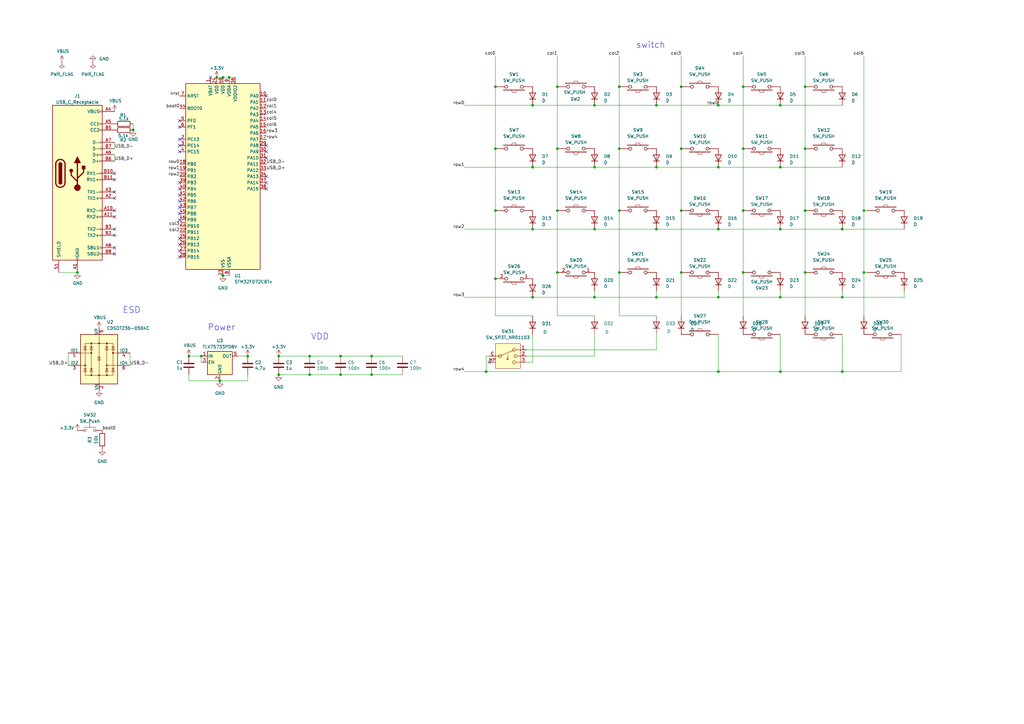
<source format=kicad_sch>
(kicad_sch (version 20250114) (generator "eeschema") (generator_version "9.0")
  (paper "A3")
  (lib_symbols
    (symbol "Connector:USB_C_Receptacle" (pin_names (offset 1.016))
      (property "Reference" "J" (at -10.16 29.21 0))
      (property "Value" "USB_C_Receptacle" (at 10.16 29.21 0))
      (symbol "USB_C_Receptacle_1_1"
        (pin passive line (at -7.62 -40.64 90) (length 5.08) (name "SHIELD") (number "S1"))
        (pin passive line (at 0 -40.64 90) (length 5.08) (name "GND") (number "A1"))
        (pin passive line (at 0 -40.64 90) (length 5.08) (hide yes) (name "GND") (number "A12"))
        (pin passive line (at 0 -40.64 90) (length 5.08) (hide yes) (name "GND") (number "B1"))
        (pin passive line (at 0 -40.64 90) (length 5.08) (hide yes) (name "GND") (number "B12"))
        (pin passive line (at 15.24 25.4 180) (length 5.08) (name "VBUS") (number "A4"))
        (pin passive line (at 15.24 25.4 180) (length 5.08) (hide yes) (name "VBUS") (number "A9"))
        (pin passive line (at 15.24 25.4 180) (length 5.08) (hide yes) (name "VBUS") (number "B4"))
        (pin passive line (at 15.24 25.4 180) (length 5.08) (hide yes) (name "VBUS") (number "B9"))
        (pin bidirectional line (at 15.24 20.32 180) (length 5.08) (name "CC1") (number "A5"))
        (pin bidirectional line (at 15.24 17.78 180) (length 5.08) (name "CC2") (number "B5"))
        (pin bidirectional line (at 15.24 12.7 180) (length 5.08) (name "D-") (number "A7"))
        (pin bidirectional line (at 15.24 10.16 180) (length 5.08) (name "D-") (number "B7"))
        (pin bidirectional line (at 15.24 7.62 180) (length 5.08) (name "D+") (number "A6"))
        (pin bidirectional line (at 15.24 5.08 180) (length 5.08) (name "D+") (number "B6"))
        (pin bidirectional line (at 15.24 0 180) (length 5.08) (name "RX1-") (number "B10"))
        (pin bidirectional line (at 15.24 -2.54 180) (length 5.08) (name "RX1+") (number "B11"))
        (pin bidirectional line (at 15.24 -7.62 180) (length 5.08) (name "TX1-") (number "A3"))
        (pin bidirectional line (at 15.24 -10.16 180) (length 5.08) (name "TX1+") (number "A2"))
        (pin bidirectional line (at 15.24 -15.24 180) (length 5.08) (name "RX2-") (number "A10"))
        (pin bidirectional line (at 15.24 -17.78 180) (length 5.08) (name "RX2+") (number "A11"))
        (pin bidirectional line (at 15.24 -22.86 180) (length 5.08) (name "TX2-") (number "B3"))
        (pin bidirectional line (at 15.24 -25.4 180) (length 5.08) (name "TX2+") (number "B2"))
        (pin bidirectional line (at 15.24 -30.48 180) (length 5.08) (name "SBU1") (number "A8"))
        (pin bidirectional line (at 15.24 -33.02 180) (length 5.08) (name "SBU2") (number "B8"))
      )
    )
    (symbol "Device:C" (pin_numbers (hide yes)) (pin_names (offset 0.254))
      (property "Reference" "C" (at 0.635 2.54 0))
      (property "Value" "C" (at 0.635 -2.54 0))
      (symbol "C_1_1"
        (pin passive line (at 0 3.81 270) (length 2.794) (name "~") (number "1"))
        (pin passive line (at 0 -3.81 90) (length 2.794) (name "~") (number "2"))
      )
    )
    (symbol "Device:D" (pin_numbers (hide yes)) (pin_names (offset 1.016) (hide yes))
      (property "Reference" "D" (at 0 2.54 0))
      (property "Value" "D" (at 0 -2.54 0))
      (symbol "D_1_1"
        (pin passive line (at -3.81 0 0) (length 2.54) (name "K") (number "1"))
        (pin passive line (at 3.81 0 180) (length 2.54) (name "A") (number "2"))
      )
    )
    (symbol "Device:R" (pin_numbers (hide yes)) (pin_names (offset 0))
      (property "Reference" "R" (at 2.032 0 90))
      (property "Value" "R" (at 0 0 90))
      (symbol "R_1_1"
        (pin passive line (at 0 3.81 270) (length 1.27) (name "~") (number "1"))
        (pin passive line (at 0 -3.81 90) (length 1.27) (name "~") (number "2"))
      )
    )
    (symbol "MCU_ST_STM32F0:STM32F072CBTx"
      (property "Reference" "U" (at -15.24 39.37 0))
      (property "Value" "STM32F072CBTx" (at 7.62 39.37 0))
      (symbol "STM32F072CBTx_1_1"
        (pin input line (at -17.78 33.02 0) (length 2.54) (name "NRST") (number "7"))
        (pin input line (at -17.78 27.94 0) (length 2.54) (name "BOOT0") (number "44"))
        (pin bidirectional line (at -17.78 22.86 0) (length 2.54) (name "PF0") (number "5"))
        (pin bidirectional line (at -17.78 20.32 0) (length 2.54) (name "PF1") (number "6"))
        (pin bidirectional line (at -17.78 15.24 0) (length 2.54) (name "PC13") (number "2"))
        (pin bidirectional line (at -17.78 12.7 0) (length 2.54) (name "PC14") (number "3"))
        (pin bidirectional line (at -17.78 10.16 0) (length 2.54) (name "PC15") (number "4"))
        (pin bidirectional line (at -17.78 5.08 0) (length 2.54) (name "PB0") (number "18"))
        (pin bidirectional line (at -17.78 2.54 0) (length 2.54) (name "PB1") (number "19"))
        (pin bidirectional line (at -17.78 0 0) (length 2.54) (name "PB2") (number "20"))
        (pin bidirectional line (at -17.78 -2.54 0) (length 2.54) (name "PB3") (number "39"))
        (pin bidirectional line (at -17.78 -5.08 0) (length 2.54) (name "PB4") (number "40"))
        (pin bidirectional line (at -17.78 -7.62 0) (length 2.54) (name "PB5") (number "41"))
        (pin bidirectional line (at -17.78 -10.16 0) (length 2.54) (name "PB6") (number "42"))
        (pin bidirectional line (at -17.78 -12.7 0) (length 2.54) (name "PB7") (number "43"))
        (pin bidirectional line (at -17.78 -15.24 0) (length 2.54) (name "PB8") (number "45"))
        (pin bidirectional line (at -17.78 -17.78 0) (length 2.54) (name "PB9") (number "46"))
        (pin bidirectional line (at -17.78 -20.32 0) (length 2.54) (name "PB10") (number "21"))
        (pin bidirectional line (at -17.78 -22.86 0) (length 2.54) (name "PB11") (number "22"))
        (pin bidirectional line (at -17.78 -25.4 0) (length 2.54) (name "PB12") (number "25"))
        (pin bidirectional line (at -17.78 -27.94 0) (length 2.54) (name "PB13") (number "26"))
        (pin bidirectional line (at -17.78 -30.48 0) (length 2.54) (name "PB14") (number "27"))
        (pin bidirectional line (at -17.78 -33.02 0) (length 2.54) (name "PB15") (number "28"))
        (pin power_in line (at -5.08 40.64 270) (length 2.54) (name "VBAT") (number "1"))
        (pin power_in line (at -2.54 40.64 270) (length 2.54) (name "VDD") (number "24"))
        (pin power_in line (at 0 40.64 270) (length 2.54) (name "VDD") (number "48"))
        (pin power_in line (at 0 -40.64 90) (length 2.54) (name "VSS") (number "23"))
        (pin passive line (at 0 -40.64 90) (length 2.54) (hide yes) (name "VSS") (number "35"))
        (pin passive line (at 0 -40.64 90) (length 2.54) (hide yes) (name "VSS") (number "47"))
        (pin power_in line (at 2.54 40.64 270) (length 2.54) (name "VDDA") (number "9"))
        (pin power_in line (at 2.54 -40.64 90) (length 2.54) (name "VSSA") (number "8"))
        (pin power_in line (at 5.08 40.64 270) (length 2.54) (name "VDDIO2") (number "36"))
        (pin bidirectional line (at 17.78 33.02 180) (length 2.54) (name "PA0") (number "10"))
        (pin bidirectional line (at 17.78 30.48 180) (length 2.54) (name "PA1") (number "11"))
        (pin bidirectional line (at 17.78 27.94 180) (length 2.54) (name "PA2") (number "12"))
        (pin bidirectional line (at 17.78 25.4 180) (length 2.54) (name "PA3") (number "13"))
        (pin bidirectional line (at 17.78 22.86 180) (length 2.54) (name "PA4") (number "14"))
        (pin bidirectional line (at 17.78 20.32 180) (length 2.54) (name "PA5") (number "15"))
        (pin bidirectional line (at 17.78 17.78 180) (length 2.54) (name "PA6") (number "16"))
        (pin bidirectional line (at 17.78 15.24 180) (length 2.54) (name "PA7") (number "17"))
        (pin bidirectional line (at 17.78 12.7 180) (length 2.54) (name "PA8") (number "29"))
        (pin bidirectional line (at 17.78 10.16 180) (length 2.54) (name "PA9") (number "30"))
        (pin bidirectional line (at 17.78 7.62 180) (length 2.54) (name "PA10") (number "31"))
        (pin bidirectional line (at 17.78 5.08 180) (length 2.54) (name "PA11") (number "32"))
        (pin bidirectional line (at 17.78 2.54 180) (length 2.54) (name "PA12") (number "33"))
        (pin bidirectional line (at 17.78 0 180) (length 2.54) (name "PA13") (number "34"))
        (pin bidirectional line (at 17.78 -2.54 180) (length 2.54) (name "PA14") (number "37"))
        (pin bidirectional line (at 17.78 -5.08 180) (length 2.54) (name "PA15") (number "38"))
      )
    )
    (symbol "Power_Protection:CDSOT236-0504C" (pin_names (offset 0))
      (property "Reference" "U" (at -5.08 11.43 0))
      (property "Value" "CDSOT236-0504C" (at 2.54 11.43 0))
      (symbol "CDSOT236-0504C_1_1"
        (pin passive line (at -12.7 2.54 0) (length 5.08) (name "IO1") (number "1"))
        (pin passive line (at -12.7 -2.54 0) (length 5.08) (name "IO2") (number "3"))
        (pin passive line (at 0 12.7 270) (length 2.54) (name "VP") (number "5"))
        (pin passive line (at 0 -12.7 90) (length 2.54) (name "VN") (number "2"))
        (pin passive line (at 12.7 2.54 180) (length 5.08) (name "IO3") (number "4"))
        (pin passive line (at 12.7 -2.54 180) (length 5.08) (name "IO4") (number "6"))
      )
    )
    (symbol "Regulator_Linear:TLV75733PDBV" (pin_names (offset 0.254))
      (property "Reference" "U" (at -3.81 5.715 0))
      (property "Value" "TLV75733PDBV" (at 0 5.715 0))
      (symbol "TLV75733PDBV_1_1"
        (pin power_in line (at -7.62 2.54 0) (length 2.54) (name "IN") (number "1"))
        (pin input line (at -7.62 0 0) (length 2.54) (name "EN") (number "3"))
        (pin power_in line (at 0 -7.62 90) (length 2.54) (name "GND") (number "2"))
        (pin no_connect line (at 5.08 0 180) (length 2.54) (hide yes) (name "NC") (number "4"))
        (pin power_out line (at 7.62 2.54 180) (length 2.54) (name "OUT") (number "5"))
      )
    )
    (symbol "SW_PUSH_1" (pin_names (offset 1.016) (hide yes))
      (property "Reference" "SW" (at 3.81 2.794 0))
      (property "Value" "SW_PUSH" (at 0 -2.032 0))
      (symbol "SW_PUSH_1_0_1"
        (pin passive inverted (at -7.62 0 0) (length 5.08) (name "1") (number "1"))
        (pin passive inverted (at 7.62 0 180) (length 5.08) (name "2") (number "2"))
      )
    )
    (symbol "SW_PUSH_2" (pin_names (offset 1.016) (hide yes))
      (property "Reference" "SW" (at 3.81 2.794 0))
      (property "Value" "SW_PUSH" (at 0 -2.032 0))
      (symbol "SW_PUSH_2_0_1"
        (pin passive inverted (at -7.62 0 0) (length 5.08) (name "1") (number "1"))
        (pin passive inverted (at 7.62 0 180) (length 5.08) (name "2") (number "2"))
      )
    )
    (symbol "Switch:SW_Push" (pin_numbers (hide yes)) (pin_names (offset 1.016) (hide yes))
      (property "Reference" "SW" (at 1.27 2.54 0))
      (property "Value" "SW_Push" (at 0 -1.524 0))
      (symbol "SW_Push_0_1"
        (pin passive line (at -5.08 0 0) (length 2.54) (name "1") (number "1"))
        (pin passive line (at 5.08 0 180) (length 2.54) (name "2") (number "2"))
      )
    )
    (symbol "Switch:SW_SP3T_NR01103" (pin_names (hide yes))
      (property "Reference" "SW" (at 0 6.35 0))
      (property "Value" "SW_SP3T_NR01103" (at 0 -6.35 0))
      (symbol "SW_SP3T_NR01103_1_1"
        (pin passive line (at -7.62 0 0) (length 2.54) (name "Common") (number "C"))
        (pin passive line (at -7.62 -2.54 0) (length 2.54) (name "MP") (number "MP"))
        (pin no_connect line (at -2.54 5.08 270) (length 0) (hide yes) (name "") (number "4"))
        (pin no_connect line (at 2.54 5.08 270) (length 0) (hide yes) (name "") (number "5"))
        (pin passive line (at 7.62 2.54 180) (length 2.54) (name "1") (number "1"))
        (pin passive line (at 7.62 0 180) (length 2.54) (name "2") (number "2"))
        (pin passive line (at 7.62 -2.54 180) (length 2.54) (name "3") (number "3"))
      )
    )
    (symbol "foostan:SW_PUSH" (pin_numbers (hide yes)) (pin_names (offset 1.016) (hide yes))
      (property "Reference" "SW" (at 3.81 2.794 0))
      (property "Value" "SW_PUSH" (at 0 -2.032 0))
      (symbol "SW_PUSH_0_1"
        (pin passive inverted (at -7.62 0 0) (length 5.08) (name "1") (number "1"))
        (pin passive inverted (at 7.62 0 180) (length 5.08) (name "2") (number "2"))
      )
    )
    (symbol "power:+3.3V" (power) (pin_names (offset 0))
      (property "Value" "+3.3V" (at 0 3.556 0))
      (symbol "+3.3V_1_1"
        (pin power_in line (at 0 0 90) (length 0) (hide yes) (name "+3.3V") (number "1"))
      )
    )
    (symbol "power:GND" (power) (pin_names (offset 0))
      (property "Value" "GND" (at 0 -3.81 0))
      (symbol "GND_1_1"
        (pin power_in line (at 0 0 270) (length 0) (hide yes) (name "GND") (number "1"))
      )
    )
    (symbol "power:PWR_FLAG" (power) (pin_numbers (hide yes)) (pin_names (offset 0) (hide yes))
      (property "Value" "PWR_FLAG" (at 0 3.81 0))
      (symbol "PWR_FLAG_0_0"
        (pin power_out line (at 0 0 90) (length 0) (name "pwr") (number "1"))
      )
    )
    (symbol "power:VBUS" (power) (pin_names (offset 0))
      (property "Value" "VBUS" (at 0 3.81 0))
      (symbol "VBUS_1_1"
        (pin power_in line (at 0 0 90) (length 0) (hide yes) (name "VBUS") (number "1"))
      )
    )
  )
  (text "switch" (at 260.858 20.066 0) (effects (font (size 2.54 2.54)) (justify left bottom)))
  (text "Power" (at 85.09 135.89 0) (effects (font (size 2.54 2.54)) (justify left bottom)))
  (text "ESD" (at 50.292 128.778 0) (effects (font (size 2.54 2.54)) (justify left bottom)))
  (text "VDD" (at 127.508 139.7 0) (effects (font (size 2.54 2.54)) (justify left bottom)))
  (junction (at 228.6 86.36))
  (junction (at 279.4 35.56))
  (junction (at 294.64 152.4))
  (junction (at 243.84 121.92))
  (junction (at 218.44 93.98))
  (junction (at 254 60.96))
  (junction (at 54.61 53.34))
  (junction (at 243.84 68.58))
  (junction (at 91.44 31.75))
  (junction (at 320.04 93.98))
  (junction (at 254 111.76))
  (junction (at 228.6 111.76))
  (junction (at 90.17 156.21))
  (junction (at 279.4 60.96))
  (junction (at 294.64 68.58))
  (junction (at 127 153.67))
  (junction (at 304.8 35.56))
  (junction (at 330.2 86.36))
  (junction (at 203.2 86.36))
  (junction (at 269.24 121.92))
  (junction (at 127 146.05))
  (junction (at 320.04 152.4))
  (junction (at 269.24 93.98))
  (junction (at 203.2 114.3))
  (junction (at 82.55 146.05))
  (junction (at 330.2 35.56))
  (junction (at 354.33 111.76))
  (junction (at 254 86.36))
  (junction (at 114.3 146.05))
  (junction (at 139.7 153.67))
  (junction (at 294.64 93.98))
  (junction (at 243.84 93.98))
  (junction (at 330.2 111.76))
  (junction (at 243.84 43.18))
  (junction (at 228.6 60.96))
  (junction (at 88.9 31.75))
  (junction (at 199.39 152.4))
  (junction (at 294.64 121.92))
  (junction (at 139.7 146.05))
  (junction (at 330.2 60.96))
  (junction (at 320.04 68.58))
  (junction (at 304.8 86.36))
  (junction (at 320.04 43.18))
  (junction (at 254 35.56))
  (junction (at 279.4 86.36))
  (junction (at 93.98 31.75))
  (junction (at 101.6 146.05))
  (junction (at 228.6 35.56))
  (junction (at 320.04 121.92))
  (junction (at 304.8 111.76))
  (junction (at 279.4 111.76))
  (junction (at 345.44 121.92))
  (junction (at 269.24 68.58))
  (junction (at 31.75 111.76))
  (junction (at 354.33 86.36))
  (junction (at 294.64 43.18))
  (junction (at 218.44 68.58))
  (junction (at 152.4 146.05))
  (junction (at 345.44 152.4))
  (junction (at 77.47 146.05))
  (junction (at 114.3 153.67))
  (junction (at 203.2 35.56))
  (junction (at 203.2 60.96))
  (junction (at 304.8 60.96))
  (junction (at 152.4 153.67))
  (junction (at 218.44 121.92))
  (junction (at 269.24 43.18))
  (junction (at 218.44 43.18))
  (junction (at 91.44 113.03))
  (junction (at 345.44 93.98))
  (no_connect (at 46.99 93.98))
  (no_connect (at 73.66 57.15))
  (no_connect (at 73.66 82.55))
  (no_connect (at 109.22 77.47))
  (no_connect (at 109.22 74.93))
  (no_connect (at 73.66 102.87))
  (no_connect (at 73.66 77.47))
  (no_connect (at 46.99 71.12))
  (no_connect (at 73.66 59.69))
  (no_connect (at 46.99 101.6))
  (no_connect (at 73.66 90.17))
  (no_connect (at 46.99 73.66))
  (no_connect (at 73.66 80.01))
  (no_connect (at 46.99 104.14))
  (no_connect (at 73.66 85.09))
  (no_connect (at 109.22 72.39))
  (no_connect (at 46.99 88.9))
  (no_connect (at 46.99 96.52))
  (no_connect (at 109.22 62.23))
  (no_connect (at 73.66 52.07))
  (no_connect (at 73.66 105.41))
  (no_connect (at 46.99 78.74))
  (no_connect (at 109.22 59.69))
  (no_connect (at 73.66 74.93))
  (no_connect (at 46.99 86.36))
  (no_connect (at 73.66 100.33))
  (no_connect (at 73.66 62.23))
  (no_connect (at 109.22 39.37))
  (no_connect (at 73.66 97.79))
  (no_connect (at 86.36 31.75))
  (no_connect (at 73.66 87.63))
  (no_connect (at 109.22 64.77))
  (no_connect (at 200.66 148.59))
  (no_connect (at 46.99 81.28))
  (no_connect (at 73.66 49.53))
  (wire (pts (xy 354.33 111.76) (xy 354.33 129.54)))
  (wire (pts (xy 354.33 22.86) (xy 354.33 86.36)))
  (wire (pts (xy 190.5 152.4) (xy 199.39 152.4)))
  (wire (pts (xy 82.55 146.05) (xy 82.55 148.59)))
  (wire (pts (xy 215.9 146.05) (xy 243.84 146.05)))
  (wire (pts (xy 97.79 146.05) (xy 101.6 146.05)))
  (wire (pts (xy 199.39 146.05) (xy 199.39 152.4)))
  (wire (pts (xy 243.84 68.58) (xy 269.24 68.58)))
  (wire (pts (xy 320.04 152.4) (xy 345.44 152.4)))
  (wire (pts (xy 294.64 137.16) (xy 294.64 152.4)))
  (wire (pts (xy 215.9 148.59) (xy 218.44 148.59)))
  (wire (pts (xy 330.2 22.86) (xy 330.2 35.56)))
  (wire (pts (xy 243.84 146.05) (xy 243.84 137.16)))
  (wire (pts (xy 24.13 111.76) (xy 31.75 111.76)))
  (wire (pts (xy 269.24 121.92) (xy 294.64 121.92)))
  (wire (pts (xy 269.24 93.98) (xy 294.64 93.98)))
  (wire (pts (xy 127 146.05) (xy 139.7 146.05)))
  (wire (pts (xy 294.64 43.18) (xy 320.04 43.18)))
  (wire (pts (xy 345.44 121.92) (xy 345.44 119.38)))
  (wire (pts (xy 190.5 121.92) (xy 218.44 121.92)))
  (wire (pts (xy 304.8 86.36) (xy 304.8 111.76)))
  (wire (pts (xy 228.6 60.96) (xy 228.6 86.36)))
  (wire (pts (xy 190.5 68.58) (xy 218.44 68.58)))
  (wire (pts (xy 345.44 121.92) (xy 370.84 121.92)))
  (wire (pts (xy 77.47 146.05) (xy 82.55 146.05)))
  (wire (pts (xy 304.8 111.76) (xy 304.8 129.54)))
  (wire (pts (xy 345.44 152.4) (xy 369.57 152.4)))
  (wire (pts (xy 279.4 86.36) (xy 279.4 111.76)))
  (wire (pts (xy 228.6 35.56) (xy 228.6 60.96)))
  (wire (pts (xy 279.4 22.86) (xy 279.4 35.56)))
  (wire (pts (xy 330.2 35.56) (xy 330.2 60.96)))
  (wire (pts (xy 218.44 129.54) (xy 203.2 129.54)))
  (wire (pts (xy 190.5 93.98) (xy 218.44 93.98)))
  (wire (pts (xy 354.33 111.76) (xy 355.6 111.76)))
  (wire (pts (xy 294.64 121.92) (xy 294.64 119.38)))
  (wire (pts (xy 269.24 121.92) (xy 269.24 119.38)))
  (wire (pts (xy 320.04 121.92) (xy 320.04 119.38)))
  (wire (pts (xy 320.04 43.18) (xy 345.44 43.18)))
  (wire (pts (xy 254 86.36) (xy 254 111.76)))
  (wire (pts (xy 294.64 121.92) (xy 320.04 121.92)))
  (wire (pts (xy 152.4 153.67) (xy 165.1 153.67)))
  (wire (pts (xy 330.2 111.76) (xy 330.2 129.54)))
  (wire (pts (xy 320.04 137.16) (xy 320.04 152.4)))
  (wire (pts (xy 294.64 152.4) (xy 320.04 152.4)))
  (wire (pts (xy 91.44 31.75) (xy 93.98 31.75)))
  (wire (pts (xy 279.4 111.76) (xy 279.4 129.54)))
  (wire (pts (xy 304.8 60.96) (xy 304.8 86.36)))
  (wire (pts (xy 91.44 113.03) (xy 93.98 113.03)))
  (wire (pts (xy 114.3 146.05) (xy 127 146.05)))
  (wire (pts (xy 345.44 93.98) (xy 370.84 93.98)))
  (wire (pts (xy 320.04 68.58) (xy 345.44 68.58)))
  (wire (pts (xy 203.2 86.36) (xy 203.2 114.3)))
  (wire (pts (xy 114.3 153.67) (xy 127 153.67)))
  (wire (pts (xy 294.64 68.58) (xy 320.04 68.58)))
  (wire (pts (xy 330.2 86.36) (xy 330.2 111.76)))
  (wire (pts (xy 254 111.76) (xy 254 129.54)))
  (wire (pts (xy 139.7 153.67) (xy 152.4 153.67)))
  (wire (pts (xy 269.24 68.58) (xy 294.64 68.58)))
  (wire (pts (xy 139.7 146.05) (xy 152.4 146.05)))
  (wire (pts (xy 127 153.67) (xy 139.7 153.67)))
  (wire (pts (xy 269.24 143.51) (xy 269.24 137.16)))
  (wire (pts (xy 304.8 35.56) (xy 304.8 60.96)))
  (wire (pts (xy 243.84 121.92) (xy 269.24 121.92)))
  (wire (pts (xy 90.17 156.21) (xy 101.6 156.21)))
  (wire (pts (xy 354.33 86.36) (xy 355.6 86.36)))
  (wire (pts (xy 370.84 121.92) (xy 370.84 119.38)))
  (wire (pts (xy 269.24 43.18) (xy 294.64 43.18)))
  (wire (pts (xy 243.84 121.92) (xy 243.84 119.38)))
  (wire (pts (xy 369.57 152.4) (xy 369.57 137.16)))
  (wire (pts (xy 254 35.56) (xy 254 60.96)))
  (wire (pts (xy 320.04 121.92) (xy 345.44 121.92)))
  (wire (pts (xy 304.8 22.86) (xy 304.8 35.56)))
  (wire (pts (xy 354.33 86.36) (xy 354.33 111.76)))
  (wire (pts (xy 152.4 146.05) (xy 165.1 146.05)))
  (wire (pts (xy 218.44 148.59) (xy 218.44 137.16)))
  (wire (pts (xy 77.47 156.21) (xy 90.17 156.21)))
  (wire (pts (xy 199.39 152.4) (xy 294.64 152.4)))
  (wire (pts (xy 294.64 93.98) (xy 320.04 93.98)))
  (wire (pts (xy 54.61 50.8) (xy 54.61 53.34)))
  (wire (pts (xy 190.5 43.18) (xy 218.44 43.18)))
  (wire (pts (xy 320.04 93.98) (xy 345.44 93.98)))
  (wire (pts (xy 101.6 156.21) (xy 101.6 153.67)))
  (wire (pts (xy 203.2 60.96) (xy 203.2 86.36)))
  (wire (pts (xy 46.99 63.5) (xy 46.99 66.04)))
  (wire (pts (xy 203.2 22.86) (xy 203.2 35.56)))
  (wire (pts (xy 200.66 146.05) (xy 199.39 146.05)))
  (wire (pts (xy 218.44 68.58) (xy 243.84 68.58)))
  (wire (pts (xy 279.4 60.96) (xy 279.4 86.36)))
  (wire (pts (xy 330.2 60.96) (xy 330.2 86.36)))
  (wire (pts (xy 46.99 58.42) (xy 46.99 60.96)))
  (wire (pts (xy 254 60.96) (xy 254 86.36)))
  (wire (pts (xy 218.44 43.18) (xy 243.84 43.18)))
  (wire (pts (xy 228.6 129.54) (xy 243.84 129.54)))
  (wire (pts (xy 215.9 143.51) (xy 269.24 143.51)))
  (wire (pts (xy 228.6 86.36) (xy 228.6 111.76)))
  (wire (pts (xy 93.98 31.75) (xy 96.52 31.75)))
  (wire (pts (xy 279.4 35.56) (xy 279.4 60.96)))
  (wire (pts (xy 77.47 153.67) (xy 77.47 156.21)))
  (wire (pts (xy 53.34 144.78) (xy 53.34 149.86)))
  (wire (pts (xy 218.44 93.98) (xy 243.84 93.98)))
  (wire (pts (xy 88.9 31.75) (xy 91.44 31.75)))
  (wire (pts (xy 243.84 43.18) (xy 269.24 43.18)))
  (wire (pts (xy 27.94 144.78) (xy 27.94 149.86)))
  (wire (pts (xy 228.6 22.86) (xy 228.6 35.56)))
  (wire (pts (xy 218.44 121.92) (xy 243.84 121.92)))
  (wire (pts (xy 254 129.54) (xy 269.24 129.54)))
  (wire (pts (xy 203.2 35.56) (xy 203.2 60.96)))
  (wire (pts (xy 203.2 129.54) (xy 203.2 114.3)))
  (wire (pts (xy 243.84 93.98) (xy 269.24 93.98)))
  (wire (pts (xy 345.44 137.16) (xy 345.44 152.4)))
  (wire (pts (xy 228.6 111.76) (xy 228.6 129.54)))
  (wire (pts (xy 254 22.86) (xy 254 35.56)))
  (label "row0" (at 294.64 43.18 180))
  (label "nrst" (at 73.66 39.37 180))
  (label "row3" (at 190.5 121.92 180))
  (label "col5" (at 330.2 22.86 180))
  (label "row4" (at 109.22 57.15 0))
  (label "USB_D-" (at 109.22 67.31 0))
  (label "USB_D+" (at 46.99 66.04 0))
  (label "USB_D+" (at 109.22 69.85 0))
  (label "col2" (at 73.66 95.25 180))
  (label "col1" (at 228.6 22.86 180))
  (label "col2" (at 254 22.86 180))
  (label "col6" (at 354.33 22.86 180))
  (label "row3" (at 109.22 54.61 0))
  (label "USB_D-" (at 53.34 149.86 0))
  (label "row0" (at 190.5 43.18 180))
  (label "row1" (at 73.66 69.85 180))
  (label "col1" (at 109.22 44.45 0))
  (label "col3" (at 279.4 22.86 180))
  (label "col4" (at 109.22 46.99 0))
  (label "row2" (at 73.66 72.39 180))
  (label "col3" (at 73.66 92.71 180))
  (label "col5" (at 109.22 49.53 0))
  (label "boot0" (at 41.91 176.53 0))
  (label "boot0" (at 73.66 44.45 180))
  (label "USB_D+" (at 27.94 149.86 180))
  (label "row1" (at 190.5 68.58 180))
  (label "USB_D-" (at 46.99 60.96 0))
  (label "row0" (at 73.66 67.31 180))
  (label "col0" (at 109.22 41.91 0))
  (label "row2" (at 190.5 93.98 180))
  (label "col6" (at 109.22 52.07 0))
  (label "col0" (at 203.2 22.86 180))
  (label "col4" (at 304.8 22.86 180))
  (label "row4" (at 190.5 152.4 180))
  (symbol (lib_id "Device:C") (at 114.3 149.86 0) (unit 1)
    (property "Reference" "C3" (at 117.221 148.6916 0) (effects (justify left)))
    (property "Value" "1u" (at 117.221 151.003 0) (effects (justify left)))
    (property "Footprint" "Capacitor_SMD:C_0603_1608Metric" (effects (hide yes)))
  )
  (symbol (lib_id "Device:R") (at 50.8 50.8 270) (unit 1)
    (property "Reference" "R1" (at 50.546 47.244 90))
    (property "Value" "5.1k" (at 50.8 48.768 90))
    (property "Footprint" "Capacitor_SMD:C_0603_1608Metric" (effects (hide yes)))
  )
  (symbol (lib_id "foostan:SW_PUSH") (at 287.02 60.96 180) (unit 1)
    (property "Reference" "SW10" (at 287.02 55.88 0))
    (property "Value" "SW_PUSH" (at 287.02 58.42 0))
    (property "Footprint" "MyLibrary:MX_GLPV3_1U" (effects (hide yes)))
  )
  (symbol (lib_id "Switch:SW_Push") (at 36.83 176.53 0) (unit 1)
    (property "Reference" "SW32" (at 36.83 170.18 0))
    (property "Value" "SW_Push" (at 36.83 172.72 0))
    (property "Footprint" "Button_Switch_SMD:SW_SPST_SKQG_WithStem" (effects (hide yes)))
  )
  (symbol (lib_id "Device:D") (at 279.4 133.35 90) (unit 1)
    (property "Reference" "D27" (at 283.21 132.715 90) (effects (justify right)))
    (property "Value" "D" (at 283.21 135.255 90) (effects (justify right)))
    (property "Footprint" "MyLibrary:Diode_SMD_noname" (effects (hide yes)))
    (property "Sim.Device" "D" (effects (hide yes)))
    (property "Sim.Pins" "1=K 2=A" (effects (hide yes)))
  )
  (symbol (lib_id "foostan:SW_PUSH") (at 363.22 86.36 0) (unit 1)
    (property "Reference" "SW19" (at 363.22 78.74 0))
    (property "Value" "SW_PUSH" (at 363.22 81.28 0))
    (property "Footprint" "MyLibrary:MX_GLPV3_1U" (effects (hide yes)))
  )
  (symbol (lib_id "Switch:SW_SP3T_NR01103") (at 208.28 146.05 0) (unit 1)
    (property "Reference" "SW31" (at 208.28 135.89 0))
    (property "Value" "SW_SP3T_NR01103" (at 208.28 138.43 0))
    (property "Footprint" "MyLibrary:TMHU27" (effects (hide yes)))
    (property "Datasheet" "https://www.nkkswitches.com/pdf/NR01%20Rotaries.pdf" (effects (hide yes)))
    (property "Description" "NKK Switches NR01 Series rotary SP3T switch" (effects (hide yes)))
  )
  (symbol (lib_id "Device:D") (at 218.44 118.11 90) (unit 1)
    (property "Reference" "D26" (at 222.25 117.475 90) (effects (justify right)))
    (property "Value" "D" (at 222.25 120.015 90) (effects (justify right)))
    (property "Footprint" "MyLibrary:Diode_SMD_noname" (effects (hide yes)))
    (property "Sim.Device" "D" (effects (hide yes)))
    (property "Sim.Pins" "1=K 2=A" (effects (hide yes)))
  )
  (symbol (lib_id "Device:C") (at 165.1 149.86 0) (unit 1)
    (property "Reference" "C7" (at 168.021 148.6916 0) (effects (justify left)))
    (property "Value" "100n" (at 168.021 151.003 0) (effects (justify left)))
    (property "Footprint" "Capacitor_SMD:C_0603_1608Metric" (effects (hide yes)))
  )
  (symbol (lib_id "Device:D") (at 243.84 133.35 90) (unit 1)
    (property "Reference" "D32" (at 247.65 132.715 90) (effects (justify right)))
    (property "Value" "D" (at 248.158 136.144 90) (effects (justify right)))
    (property "Footprint" "MyLibrary:Diode_SMD_noname" (effects (hide yes)))
    (property "Sim.Device" "D" (effects (hide yes)))
    (property "Sim.Pins" "1=K 2=A" (effects (hide yes)))
  )
  (symbol (lib_id "power:VBUS") (at 77.47 146.05 0) (unit 1)
    (property "Reference" "#PWR09" (effects (hide yes)))
    (property "Value" "VBUS" (at 77.851 141.6558 0))
  )
  (symbol (lib_id "Device:D") (at 370.84 115.57 90) (unit 1)
    (property "Reference" "D25" (at 374.65 114.935 90) (effects (justify right)))
    (property "Value" "D" (at 374.65 117.475 90) (effects (justify right)))
    (property "Footprint" "MyLibrary:Diode_SMD_noname" (effects (hide yes)))
    (property "Sim.Device" "D" (effects (hide yes)))
    (property "Sim.Pins" "1=K 2=A" (effects (hide yes)))
  )
  (symbol (lib_id "foostan:SW_PUSH") (at 337.82 60.96 0) (unit 1)
    (property "Reference" "SW12" (at 337.82 53.34 0))
    (property "Value" "SW_PUSH" (at 337.82 55.88 0))
    (property "Footprint" "MyLibrary:MX_GLPV3_1U" (effects (hide yes)))
  )
  (symbol (lib_id "foostan:SW_PUSH") (at 210.82 60.96 0) (unit 1)
    (property "Reference" "SW7" (at 210.82 53.34 0))
    (property "Value" "SW_PUSH" (at 210.82 55.88 0))
    (property "Footprint" "MyLibrary:MX_GLPV3_1.5U" (effects (hide yes)))
  )
  (symbol (lib_id "Device:R") (at 41.91 180.34 0) (unit 1)
    (property "Reference" "R3" (at 36.83 180.34 90))
    (property "Value" "10k" (at 39.37 180.34 90))
    (property "Footprint" "Capacitor_SMD:C_0603_1608Metric" (effects (hide yes)))
  )
  (symbol (lib_id "foostan:SW_PUSH") (at 363.22 111.76 180) (unit 1)
    (property "Reference" "SW25" (at 363.22 106.68 0))
    (property "Value" "SW_PUSH" (at 363.22 109.22 0))
    (property "Footprint" "MyLibrary:MX_GLPV3_1U" (effects (hide yes)))
  )
  (symbol (lib_id "Connector:USB_C_Receptacle") (at 31.75 71.12 0) (unit 1)
    (property "Reference" "J1" (at 31.75 39.37 0))
    (property "Value" "USB_C_Receptacle" (at 31.75 41.91 0))
    (property "Footprint" "Connector_USB:USB_C_Receptacle_HRO_TYPE-C-31-M-12" (effects (hide yes)))
    (property "Datasheet" "https://www.usb.org/sites/default/files/documents/usb_type-c.zip" (effects (hide yes)))
  )
  (symbol (lib_id "Device:D") (at 294.64 115.57 90) (unit 1)
    (property "Reference" "D22" (at 298.45 114.935 90) (effects (justify right)))
    (property "Value" "D" (at 298.45 117.475 90) (effects (justify right)))
    (property "Footprint" "MyLibrary:Diode_SMD_noname" (effects (hide yes)))
    (property "Sim.Device" "D" (effects (hide yes)))
    (property "Sim.Pins" "1=K 2=A" (effects (hide yes)))
  )
  (symbol (lib_id "Device:R") (at 50.8 53.34 270) (unit 1)
    (property "Reference" "R2" (at 50.546 57.404 90))
    (property "Value" "5.1k" (at 50.546 55.626 90))
    (property "Footprint" "Capacitor_SMD:C_0603_1608Metric" (effects (hide yes)))
  )
  (symbol (lib_id "Device:D") (at 330.2 133.35 90) (unit 1)
    (property "Reference" "D29" (at 334.01 132.715 90) (effects (justify right)))
    (property "Value" "D" (at 334.01 135.255 90) (effects (justify right)))
    (property "Footprint" "MyLibrary:Diode_SMD_noname" (effects (hide yes)))
    (property "Sim.Device" "D" (effects (hide yes)))
    (property "Sim.Pins" "1=K 2=A" (effects (hide yes)))
  )
  (symbol (lib_id "foostan:SW_PUSH") (at 287.02 86.36 180) (unit 1)
    (property "Reference" "SW16" (at 287.02 81.28 0))
    (property "Value" "SW_PUSH" (at 287.02 83.82 0))
    (property "Footprint" "MyLibrary:MX_GLPV3_1U" (effects (hide yes)))
  )
  (symbol (lib_id "foostan:SW_PUSH") (at 210.82 86.36 0) (unit 1)
    (property "Reference" "SW13" (at 210.82 78.74 0))
    (property "Value" "SW_PUSH" (at 210.82 81.28 0))
    (property "Footprint" "MyLibrary:MX_GLPV3_1.75U" (effects (hide yes)))
  )
  (symbol (lib_id "Device:D") (at 218.44 133.35 90) (unit 1)
    (property "Reference" "D31" (at 222.25 132.715 90) (effects (justify right)))
    (property "Value" "D" (at 222.758 136.144 90) (effects (justify right)))
    (property "Footprint" "MyLibrary:Diode_SMD_noname" (effects (hide yes)))
    (property "Sim.Device" "D" (effects (hide yes)))
    (property "Sim.Pins" "1=K 2=A" (effects (hide yes)))
  )
  (symbol (lib_id "Device:C") (at 77.47 149.86 0) (unit 1)
    (property "Reference" "C1" (at 72.39 148.59 0) (effects (justify left)))
    (property "Value" "1u" (at 72.39 150.9014 0) (effects (justify left)))
    (property "Footprint" "Capacitor_SMD:C_0603_1608Metric" (effects (hide yes)))
  )
  (symbol (lib_id "foostan:SW_PUSH") (at 312.42 111.76 180) (unit 1)
    (property "Reference" "SW23" (at 312.42 118.11 0))
    (property "Value" "SW_PUSH" (at 312.42 115.57 0))
    (property "Footprint" "MyLibrary:MX_GLPV3_1U" (effects (hide yes)))
  )
  (symbol (lib_id "foostan:SW_PUSH") (at 261.62 35.56 180) (unit 1)
    (property "Reference" "SW3" (at 261.62 30.48 0))
    (property "Value" "SW_PUSH" (at 261.62 33.02 0))
    (property "Footprint" "MyLibrary:MX_GLPV3_1U" (effects (hide yes)))
  )
  (symbol (lib_id "Device:D") (at 243.84 90.17 90) (unit 1)
    (property "Reference" "D14" (at 247.65 89.535 90) (effects (justify right)))
    (property "Value" "D" (at 247.65 92.075 90) (effects (justify right)))
    (property "Footprint" "MyLibrary:Diode_SMD_noname" (effects (hide yes)))
    (property "Sim.Device" "D" (effects (hide yes)))
    (property "Sim.Pins" "1=K 2=A" (effects (hide yes)))
  )
  (symbol (lib_id "MCU_ST_STM32F0:STM32F072CBTx") (at 91.44 72.39 0) (unit 1)
    (property "Reference" "U1" (at 96.1233 113.03 0) (effects (justify left)))
    (property "Value" "STM32F072CBTx" (at 96.1233 115.57 0) (effects (justify left)))
    (property "Footprint" "Package_QFP:LQFP-48_7x7mm_P0.5mm" (effects (hide yes)))
    (property "Datasheet" "https://www.st.com/resource/en/datasheet/stm32f072cb.pdf" (effects (hide yes)))
    (property "Description" "STMicroelectronics Arm Cortex-M0 MCU, 128KB flash, 16KB RAM, 48 MHz, 2.0-3.6V, 37 GPIO, LQFP48" (effects (hide yes)))
  )
  (symbol (lib_id "foostan:SW_PUSH") (at 236.22 86.36 0) (unit 1)
    (property "Reference" "SW14" (at 236.22 78.74 0))
    (property "Value" "SW_PUSH" (at 236.22 81.28 0))
    (property "Footprint" "MyLibrary:MX_GLPV3_1U" (effects (hide yes)))
  )
  (symbol (lib_id "Device:D") (at 269.24 90.17 90) (unit 1)
    (property "Reference" "D15" (at 273.05 89.535 90) (effects (justify right)))
    (property "Value" "D" (at 273.05 92.075 90) (effects (justify right)))
    (property "Footprint" "MyLibrary:Diode_SMD_noname" (effects (hide yes)))
    (property "Sim.Device" "D" (effects (hide yes)))
    (property "Sim.Pins" "1=K 2=A" (effects (hide yes)))
  )
  (symbol (lib_id "power:GND") (at 41.91 184.15 0) (unit 1)
    (property "Reference" "#PWR016" (effects (hide yes)))
    (property "Value" "GND" (at 41.91 189.23 0))
  )
  (symbol (lib_id "Device:D") (at 345.44 115.57 90) (unit 1)
    (property "Reference" "D24" (at 349.25 114.935 90) (effects (justify right)))
    (property "Value" "D" (at 349.25 117.475 90) (effects (justify right)))
    (property "Footprint" "MyLibrary:Diode_SMD_noname" (effects (hide yes)))
    (property "Sim.Device" "D" (effects (hide yes)))
    (property "Sim.Pins" "1=K 2=A" (effects (hide yes)))
  )
  (symbol (lib_id "Device:D") (at 320.04 115.57 90) (unit 1)
    (property "Reference" "D23" (at 323.85 114.935 90) (effects (justify right)))
    (property "Value" "D" (at 323.85 117.475 90) (effects (justify right)))
    (property "Footprint" "MyLibrary:Diode_SMD_noname" (effects (hide yes)))
    (property "Sim.Device" "D" (effects (hide yes)))
    (property "Sim.Pins" "1=K 2=A" (effects (hide yes)))
  )
  (symbol (lib_id "Device:D") (at 243.84 115.57 90) (unit 1)
    (property "Reference" "D20" (at 247.65 114.935 90) (effects (justify right)))
    (property "Value" "D" (at 247.65 117.475 90) (effects (justify right)))
    (property "Footprint" "MyLibrary:Diode_SMD_noname" (effects (hide yes)))
    (property "Sim.Device" "D" (effects (hide yes)))
    (property "Sim.Pins" "1=K 2=A" (effects (hide yes)))
  )
  (symbol (lib_id "foostan:SW_PUSH") (at 337.82 35.56 180) (unit 1)
    (property "Reference" "SW6" (at 337.82 30.48 0))
    (property "Value" "SW_PUSH" (at 337.82 33.02 0))
    (property "Footprint" "MyLibrary:MX_GLPV3_1U" (effects (hide yes)))
  )
  (symbol (lib_id "power:GND") (at 114.3 153.67 0) (unit 1)
    (property "Reference" "#PWR012" (effects (hide yes)))
    (property "Value" "GND" (at 114.3 158.75 0))
  )
  (symbol (lib_id "power:+3.3V") (at 88.9 31.75 0) (unit 1)
    (property "Reference" "#PWR03" (effects (hide yes)))
    (property "Value" "+3.3V" (at 88.9 27.94 0))
  )
  (symbol (lib_id "power:PWR_FLAG") (at 38.1 25.4 180) (unit 1)
    (property "Reference" "#FLG02" (effects (hide yes)))
    (property "Value" "PWR_FLAG" (at 38.1 30.48 0))
  )
  (symbol (lib_id "foostan:SW_PUSH") (at 312.42 86.36 180) (unit 1)
    (property "Reference" "SW17" (at 312.42 81.28 0))
    (property "Value" "SW_PUSH" (at 312.42 83.82 0))
    (property "Footprint" "MyLibrary:MX_GLPV3_1U" (effects (hide yes)))
  )
  (symbol (lib_id "Device:D") (at 218.44 90.17 90) (unit 1)
    (property "Reference" "D13" (at 222.25 89.535 90) (effects (justify right)))
    (property "Value" "D" (at 222.25 92.075 90) (effects (justify right)))
    (property "Footprint" "MyLibrary:Diode_SMD_noname" (effects (hide yes)))
    (property "Sim.Device" "D" (effects (hide yes)))
    (property "Sim.Pins" "1=K 2=A" (effects (hide yes)))
  )
  (symbol (lib_id "Device:D") (at 243.84 64.77 90) (unit 1)
    (property "Reference" "D8" (at 247.65 64.135 90) (effects (justify right)))
    (property "Value" "D" (at 247.65 66.675 90) (effects (justify right)))
    (property "Footprint" "MyLibrary:Diode_SMD_noname" (effects (hide yes)))
    (property "Sim.Device" "D" (effects (hide yes)))
    (property "Sim.Pins" "1=K 2=A" (effects (hide yes)))
  )
  (symbol (lib_id "foostan:SW_PUSH") (at 236.22 60.96 180) (unit 1)
    (property "Reference" "SW8" (at 236.22 55.88 0))
    (property "Value" "SW_PUSH" (at 236.22 58.42 0))
    (property "Footprint" "MyLibrary:MX_GLPV3_1U" (effects (hide yes)))
  )
  (symbol (lib_id "foostan:SW_PUSH") (at 361.95 137.16 180) (unit 1)
    (property "Reference" "SW30" (at 361.95 132.08 0))
    (property "Value" "SW_PUSH" (at 361.95 134.62 0))
    (property "Footprint" "MyLibrary:MX_GLPV3_1U" (effects (hide yes)))
  )
  (symbol (lib_id "foostan:SW_PUSH") (at 210.82 35.56 180) (unit 1)
    (property "Reference" "SW1" (at 210.82 30.48 0))
    (property "Value" "SW_PUSH" (at 210.82 33.02 0))
    (property "Footprint" "MyLibrary:MX_GLPV3_1U" (effects (hide yes)))
  )
  (symbol (lib_id "foostan:SW_PUSH") (at 236.22 35.56 0) (unit 1)
    (property "Reference" "SW2" (at 235.966 40.64 0))
    (property "Value" "SW_PUSH" (at 235.712 37.846 0))
    (property "Footprint" "MyLibrary:MX_GLPV3_1U" (effects (hide yes)))
  )
  (symbol (lib_id "foostan:SW_PUSH") (at 287.02 137.16 0) (unit 1)
    (property "Reference" "SW27" (at 287.02 129.54 0))
    (property "Value" "SW_PUSH" (at 287.02 132.08 0))
    (property "Footprint" "MyLibrary:MX_GLPV3_1U" (effects (hide yes)))
  )
  (symbol (lib_id "Device:D") (at 218.44 39.37 90) (unit 1)
    (property "Reference" "D1" (at 222.25 38.735 90) (effects (justify right)))
    (property "Value" "D" (at 222.25 41.275 90) (effects (justify right)))
    (property "Footprint" "MyLibrary:Diode_SMD_noname" (effects (hide yes)))
    (property "Sim.Device" "D" (effects (hide yes)))
    (property "Sim.Pins" "1=K 2=A" (effects (hide yes)))
  )
  (symbol (lib_id "foostan:SW_PUSH") (at 312.42 137.16 180) (unit 1)
    (property "Reference" "SW28" (at 312.42 132.08 0))
    (property "Value" "SW_PUSH" (at 312.42 134.62 0))
    (property "Footprint" "MyLibrary:MX_GLPV3_1U" (effects (hide yes)))
  )
  (symbol (lib_id "Device:D") (at 243.84 39.37 90) (unit 1)
    (property "Reference" "D2" (at 247.65 38.735 90) (effects (justify right)))
    (property "Value" "D" (at 247.65 41.275 90) (effects (justify right)))
    (property "Footprint" "MyLibrary:Diode_SMD_noname" (effects (hide yes)))
    (property "Sim.Device" "D" (effects (hide yes)))
    (property "Sim.Pins" "1=K 2=A" (effects (hide yes)))
  )
  (symbol (lib_id "foostan:SW_PUSH") (at 337.82 111.76 0) (unit 1)
    (property "Reference" "SW24" (at 337.82 104.14 0))
    (property "Value" "SW_PUSH" (at 337.82 106.68 0))
    (property "Footprint" "MyLibrary:MX_GLPV3_1U" (effects (hide yes)))
  )
  (symbol (lib_id "Device:D") (at 320.04 90.17 90) (unit 1)
    (property "Reference" "D17" (at 323.85 89.535 90) (effects (justify right)))
    (property "Value" "D" (at 323.85 92.075 90) (effects (justify right)))
    (property "Footprint" "MyLibrary:Diode_SMD_noname" (effects (hide yes)))
    (property "Sim.Device" "D" (effects (hide yes)))
    (property "Sim.Pins" "1=K 2=A" (effects (hide yes)))
  )
  (symbol (lib_id "power:GND") (at 31.75 111.76 0) (unit 1)
    (property "Reference" "#PWR06" (effects (hide yes)))
    (property "Value" "GND" (at 31.877 116.1542 0))
  )
  (symbol (lib_id "power:+3.3V") (at 114.3 146.05 0) (unit 1)
    (property "Reference" "#PWR011" (effects (hide yes)))
    (property "Value" "+3.3V" (at 114.3 142.24 0))
  )
  (symbol (lib_id "Device:C") (at 139.7 149.86 0) (unit 1)
    (property "Reference" "C5" (at 142.621 148.6916 0) (effects (justify left)))
    (property "Value" "100n" (at 142.621 151.003 0) (effects (justify left)))
    (property "Footprint" "Capacitor_SMD:C_0603_1608Metric" (effects (hide yes)))
  )
  (symbol (lib_id "Device:D") (at 345.44 39.37 90) (unit 1)
    (property "Reference" "D6" (at 349.25 38.735 90) (effects (justify right)))
    (property "Value" "D" (at 349.25 41.275 90) (effects (justify right)))
    (property "Footprint" "MyLibrary:Diode_SMD_noname" (effects (hide yes)))
    (property "Sim.Device" "D" (effects (hide yes)))
    (property "Sim.Pins" "1=K 2=A" (effects (hide yes)))
  )
  (symbol (lib_id "Device:D") (at 294.64 90.17 90) (unit 1)
    (property "Reference" "D16" (at 298.45 89.535 90) (effects (justify right)))
    (property "Value" "D" (at 298.45 92.075 90) (effects (justify right)))
    (property "Footprint" "MyLibrary:Diode_SMD_noname" (effects (hide yes)))
    (property "Sim.Device" "D" (effects (hide yes)))
    (property "Sim.Pins" "1=K 2=A" (effects (hide yes)))
  )
  (symbol (lib_id "foostan:SW_PUSH") (at 261.62 60.96 0) (unit 1)
    (property "Reference" "SW9" (at 261.62 53.34 0))
    (property "Value" "SW_PUSH" (at 261.62 55.88 0))
    (property "Footprint" "MyLibrary:MX_GLPV3_1U" (effects (hide yes)))
  )
  (symbol (lib_id "power:VBUS") (at 40.64 134.62 0) (unit 1)
    (property "Reference" "#PWR08" (effects (hide yes)))
    (property "Value" "VBUS" (at 41.021 130.2258 0))
  )
  (symbol (lib_id "Device:D") (at 269.24 39.37 90) (unit 1)
    (property "Reference" "D3" (at 273.05 38.735 90) (effects (justify right)))
    (property "Value" "D" (at 273.05 41.275 90) (effects (justify right)))
    (property "Footprint" "MyLibrary:Diode_SMD_noname" (effects (hide yes)))
    (property "Sim.Device" "D" (effects (hide yes)))
    (property "Sim.Pins" "1=K 2=A" (effects (hide yes)))
  )
  (symbol (lib_id "power:GND") (at 90.17 156.21 0) (unit 1)
    (property "Reference" "#PWR013" (effects (hide yes)))
    (property "Value" "GND" (at 90.17 161.29 0))
  )
  (symbol (lib_id "Device:D") (at 294.64 64.77 90) (unit 1)
    (property "Reference" "D10" (at 298.45 64.135 90) (effects (justify right)))
    (property "Value" "D" (at 298.45 66.675 90) (effects (justify right)))
    (property "Footprint" "MyLibrary:Diode_SMD_noname" (effects (hide yes)))
    (property "Sim.Device" "D" (effects (hide yes)))
    (property "Sim.Pins" "1=K 2=A" (effects (hide yes)))
  )
  (symbol (lib_id "Device:D") (at 320.04 64.77 90) (unit 1)
    (property "Reference" "D11" (at 323.85 64.135 90) (effects (justify right)))
    (property "Value" "D" (at 323.85 66.675 90) (effects (justify right)))
    (property "Footprint" "MyLibrary:Diode_SMD_noname" (effects (hide yes)))
    (property "Sim.Device" "D" (effects (hide yes)))
    (property "Sim.Pins" "1=K 2=A" (effects (hide yes)))
  )
  (symbol (lib_id "foostan:SW_PUSH") (at 261.62 111.76 0) (unit 1)
    (property "Reference" "SW21" (at 261.62 104.14 0))
    (property "Value" "SW_PUSH" (at 261.62 106.68 0))
    (property "Footprint" "MyLibrary:MX_GLPV3_1U" (effects (hide yes)))
  )
  (symbol (lib_id "Device:C") (at 127 149.86 0) (unit 1)
    (property "Reference" "C4" (at 129.921 148.6916 0) (effects (justify left)))
    (property "Value" "100n" (at 129.921 151.003 0) (effects (justify left)))
    (property "Footprint" "Capacitor_SMD:C_0603_1608Metric" (effects (hide yes)))
  )
  (symbol (lib_id "Device:D") (at 218.44 64.77 90) (unit 1)
    (property "Reference" "D7" (at 222.25 64.135 90) (effects (justify right)))
    (property "Value" "D" (at 222.25 66.675 90) (effects (justify right)))
    (property "Footprint" "MyLibrary:Diode_SMD_noname" (effects (hide yes)))
    (property "Sim.Device" "D" (effects (hide yes)))
    (property "Sim.Pins" "1=K 2=A" (effects (hide yes)))
  )
  (symbol (lib_id "Device:C") (at 101.6 149.86 0) (unit 1)
    (property "Reference" "C2" (at 104.521 148.6916 0) (effects (justify left)))
    (property "Value" "4.7u" (at 104.521 151.003 0) (effects (justify left)))
    (property "Footprint" "Capacitor_SMD:C_0603_1608Metric" (effects (hide yes)))
  )
  (symbol (lib_id "power:VBUS") (at 25.4 25.4 0) (unit 1)
    (property "Reference" "#PWR01" (effects (hide yes)))
    (property "Value" "VBUS" (at 25.781 21.0058 0))
  )
  (symbol (lib_id "foostan:SW_PUSH") (at 312.42 35.56 180) (unit 1)
    (property "Reference" "SW5" (at 312.42 30.48 0))
    (property "Value" "SW_PUSH" (at 312.42 33.02 0))
    (property "Footprint" "MyLibrary:MX_GLPV3_1U" (effects (hide yes)))
  )
  (symbol (lib_id "foostan:SW_PUSH") (at 261.62 86.36 0) (unit 1)
    (property "Reference" "SW15" (at 261.62 78.74 0))
    (property "Value" "SW_PUSH" (at 261.62 81.28 0))
    (property "Footprint" "MyLibrary:MX_GLPV3_1U" (effects (hide yes)))
  )
  (symbol (lib_id "power:GND") (at 38.1 25.4 180) (unit 1)
    (property "Reference" "#PWR02" (effects (hide yes)))
    (property "Value" "GND" (at 40.64 24.1299 0) (effects (justify right)))
  )
  (symbol (lib_id "foostan:SW_PUSH") (at 287.02 111.76 180) (unit 1)
    (property "Reference" "SW22" (at 287.02 106.68 0))
    (property "Value" "SW_PUSH" (at 287.02 109.22 0))
    (property "Footprint" "MyLibrary:MX_GLPV3_1U" (effects (hide yes)))
  )
  (symbol (lib_id "power:VBUS") (at 46.99 45.72 0) (unit 1)
    (property "Reference" "#PWR04" (effects (hide yes)))
    (property "Value" "VBUS" (at 47.371 41.3258 0))
  )
  (symbol (lib_name "SW_PUSH_2") (lib_id "foostan:SW_PUSH") (at 236.22 111.76 180) (unit 1)
    (property "Reference" "SW20" (at 236.22 106.68 0))
    (property "Value" "SW_PUSH" (at 236.22 109.22 0))
    (property "Footprint" "MyLibrary:MX_GLPV3_1.75U" (effects (hide yes)))
  )
  (symbol (lib_id "Device:D") (at 269.24 133.35 90) (unit 1)
    (property "Reference" "D33" (at 273.05 132.715 90) (effects (justify right)))
    (property "Value" "D" (at 273.558 135.89 90) (effects (justify right)))
    (property "Footprint" "MyLibrary:Diode_SMD_noname" (effects (hide yes)))
    (property "Sim.Device" "D" (effects (hide yes)))
    (property "Sim.Pins" "1=K 2=A" (effects (hide yes)))
  )
  (symbol (lib_id "Device:D") (at 320.04 39.37 90) (unit 1)
    (property "Reference" "D5" (at 323.85 38.735 90) (effects (justify right)))
    (property "Value" "D" (at 323.85 41.275 90) (effects (justify right)))
    (property "Footprint" "MyLibrary:Diode_SMD_noname" (effects (hide yes)))
    (property "Sim.Device" "D" (effects (hide yes)))
    (property "Sim.Pins" "1=K 2=A" (effects (hide yes)))
  )
  (symbol (lib_id "foostan:SW_PUSH") (at 337.82 86.36 180) (unit 1)
    (property "Reference" "SW18" (at 337.82 81.28 0))
    (property "Value" "SW_PUSH" (at 337.82 83.82 0))
    (property "Footprint" "MyLibrary:MX_GLPV3_1U" (effects (hide yes)))
  )
  (symbol (lib_id "Device:D") (at 294.64 39.37 90) (unit 1)
    (property "Reference" "D4" (at 298.45 38.735 90) (effects (justify right)))
    (property "Value" "D" (at 298.45 41.275 90) (effects (justify right)))
    (property "Footprint" "MyLibrary:Diode_SMD_noname" (effects (hide yes)))
    (property "Sim.Device" "D" (effects (hide yes)))
    (property "Sim.Pins" "1=K 2=A" (effects (hide yes)))
  )
  (symbol (lib_id "Device:D") (at 370.84 90.17 90) (unit 1)
    (property "Reference" "D19" (at 374.65 89.535 90) (effects (justify right)))
    (property "Value" "D" (at 374.65 92.075 90) (effects (justify right)))
    (property "Footprint" "MyLibrary:Diode_SMD_noname" (effects (hide yes)))
    (property "Sim.Device" "D" (effects (hide yes)))
    (property "Sim.Pins" "1=K 2=A" (effects (hide yes)))
  )
  (symbol (lib_id "power:GND") (at 40.64 160.02 0) (unit 1)
    (property "Reference" "#PWR014" (effects (hide yes)))
    (property "Value" "GND" (at 40.64 165.1 0))
  )
  (symbol (lib_id "power:PWR_FLAG") (at 25.4 25.4 180) (unit 1)
    (property "Reference" "#FLG01" (effects (hide yes)))
    (property "Value" "PWR_FLAG" (at 25.4 30.48 0))
  )
  (symbol (lib_id "Device:D") (at 345.44 64.77 90) (unit 1)
    (property "Reference" "D12" (at 349.25 64.135 90) (effects (justify right)))
    (property "Value" "D" (at 349.25 66.675 90) (effects (justify right)))
    (property "Footprint" "MyLibrary:Diode_SMD_noname" (effects (hide yes)))
    (property "Sim.Device" "D" (effects (hide yes)))
    (property "Sim.Pins" "1=K 2=A" (effects (hide yes)))
  )
  (symbol (lib_id "foostan:SW_PUSH") (at 312.42 60.96 180) (unit 1)
    (property "Reference" "SW11" (at 312.42 55.88 0))
    (property "Value" "SW_PUSH" (at 312.42 58.42 0))
    (property "Footprint" "MyLibrary:MX_GLPV3_1U" (effects (hide yes)))
  )
  (symbol (lib_id "Power_Protection:CDSOT236-0504C") (at 40.64 147.32 0) (unit 1)
    (property "Reference" "U2" (at 43.7581 132.08 0) (effects (justify left)))
    (property "Value" "CDSOT236-0504C" (at 43.7581 134.62 0) (effects (justify left)))
    (property "Footprint" "MyLibrary:sot-23-6-USBESD" (effects (hide yes)))
    (property "Datasheet" "https://www.bourns.com/docs/product-datasheets/cdsot236-0504c.pdf" (effects (hide yes)))
    (property "Description" "Low capacitance ESD diode / steering Diode Array, SOT23-6" (effects (hide yes)))
  )
  (symbol (lib_id "Device:D") (at 304.8 133.35 90) (unit 1)
    (property "Reference" "D28" (at 308.61 132.715 90) (effects (justify right)))
    (property "Value" "D" (at 308.61 135.255 90) (effects (justify right)))
    (property "Footprint" "MyLibrary:Diode_SMD_noname" (effects (hide yes)))
    (property "Sim.Device" "D" (effects (hide yes)))
    (property "Sim.Pins" "1=K 2=A" (effects (hide yes)))
  )
  (symbol (lib_id "foostan:SW_PUSH") (at 337.82 137.16 180) (unit 1)
    (property "Reference" "SW29" (at 337.82 132.08 0))
    (property "Value" "SW_PUSH" (at 337.82 134.62 0))
    (property "Footprint" "MyLibrary:MX_GLPV3_1U" (effects (hide yes)))
  )
  (symbol (lib_id "Device:D") (at 269.24 64.77 90) (unit 1)
    (property "Reference" "D9" (at 273.05 64.135 90) (effects (justify right)))
    (property "Value" "D" (at 273.05 66.675 90) (effects (justify right)))
    (property "Footprint" "MyLibrary:Diode_SMD_noname" (effects (hide yes)))
    (property "Sim.Device" "D" (effects (hide yes)))
    (property "Sim.Pins" "1=K 2=A" (effects (hide yes)))
  )
  (symbol (lib_id "Regulator_Linear:TLV75733PDBV") (at 90.17 148.59 0) (unit 1)
    (property "Reference" "U3" (at 90.17 139.7 0))
    (property "Value" "TLV75733PDBV" (at 90.17 142.24 0))
    (property "Footprint" "Package_TO_SOT_SMD:SOT-23-5" (effects (hide yes)))
    (property "Datasheet" "https://www.ti.com/lit/ds/symlink/tlv757p.pdf" (effects (hide yes)))
  )
  (symbol (lib_id "power:+3.3V") (at 31.75 176.53 0) (unit 1)
    (property "Reference" "#PWR015" (effects (hide yes)))
    (property "Value" "+3.3V" (at 27.432 175.514 0))
  )
  (symbol (lib_id "Device:C") (at 152.4 149.86 0) (unit 1)
    (property "Reference" "C6" (at 155.321 148.6916 0) (effects (justify left)))
    (property "Value" "100n" (at 155.321 151.003 0) (effects (justify left)))
    (property "Footprint" "Capacitor_SMD:C_0603_1608Metric" (effects (hide yes)))
  )
  (symbol (lib_id "Device:D") (at 269.24 115.57 90) (unit 1)
    (property "Reference" "D21" (at 273.05 114.935 90) (effects (justify right)))
    (property "Value" "D" (at 273.05 117.475 90) (effects (justify right)))
    (property "Footprint" "MyLibrary:Diode_SMD_noname" (effects (hide yes)))
    (property "Sim.Device" "D" (effects (hide yes)))
    (property "Sim.Pins" "1=K 2=A" (effects (hide yes)))
  )
  (symbol (lib_id "Device:D") (at 345.44 90.17 90) (unit 1)
    (property "Reference" "D18" (at 349.25 89.535 90) (effects (justify right)))
    (property "Value" "D" (at 349.25 92.075 90) (effects (justify right)))
    (property "Footprint" "MyLibrary:Diode_SMD_noname" (effects (hide yes)))
    (property "Sim.Device" "D" (effects (hide yes)))
    (property "Sim.Pins" "1=K 2=A" (effects (hide yes)))
  )
  (symbol (lib_id "power:GND") (at 91.44 113.03 0) (unit 1)
    (property "Reference" "#PWR07" (effects (hide yes)))
    (property "Value" "GND" (at 91.44 118.11 0))
  )
  (symbol (lib_name "SW_PUSH_1") (lib_id "foostan:SW_PUSH") (at 210.82 114.3 180) (unit 1)
    (property "Reference" "SW26" (at 210.82 109.22 0))
    (property "Value" "SW_PUSH" (at 210.82 111.76 0))
    (property "Footprint" "MyLibrary:MX_GLPV3_1.25U" (effects (hide yes)))
  )
  (symbol (lib_id "Device:D") (at 354.33 133.35 90) (unit 1)
    (property "Reference" "D30" (at 358.14 132.715 90) (effects (justify right)))
    (property "Value" "D" (at 358.14 135.255 90) (effects (justify right)))
    (property "Footprint" "MyLibrary:Diode_SMD_noname" (effects (hide yes)))
    (property "Sim.Device" "D" (effects (hide yes)))
    (property "Sim.Pins" "1=K 2=A" (effects (hide yes)))
  )
  (symbol (lib_id "power:+3.3V") (at 101.6 146.05 0) (unit 1)
    (property "Reference" "#PWR010" (effects (hide yes)))
    (property "Value" "+3.3V" (at 101.6 142.24 0))
  )
  (symbol (lib_id "foostan:SW_PUSH") (at 287.02 35.56 0) (unit 1)
    (property "Reference" "SW4" (at 287.02 27.94 0))
    (property "Value" "SW_PUSH" (at 287.02 30.48 0))
    (property "Footprint" "MyLibrary:MX_GLPV3_1U" (effects (hide yes)))
  )
  (symbol (lib_id "power:GND") (at 54.61 53.34 0) (unit 1)
    (property "Reference" "#PWR05" (effects (hide yes)))
    (property "Value" "GND" (at 54.61 57.15 0))
  )
)
</source>
